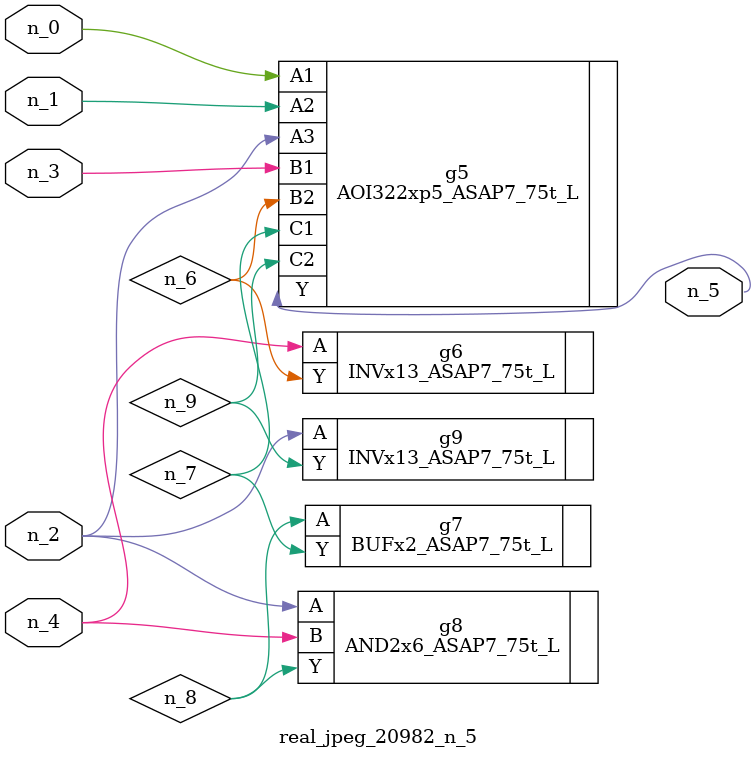
<source format=v>
module real_jpeg_20982_n_5 (n_4, n_0, n_1, n_2, n_3, n_5);

input n_4;
input n_0;
input n_1;
input n_2;
input n_3;

output n_5;

wire n_8;
wire n_6;
wire n_7;
wire n_9;

AOI322xp5_ASAP7_75t_L g5 ( 
.A1(n_0),
.A2(n_1),
.A3(n_2),
.B1(n_3),
.B2(n_6),
.C1(n_7),
.C2(n_9),
.Y(n_5)
);

AND2x6_ASAP7_75t_L g8 ( 
.A(n_2),
.B(n_4),
.Y(n_8)
);

INVx13_ASAP7_75t_L g9 ( 
.A(n_2),
.Y(n_9)
);

INVx13_ASAP7_75t_L g6 ( 
.A(n_4),
.Y(n_6)
);

BUFx2_ASAP7_75t_L g7 ( 
.A(n_8),
.Y(n_7)
);


endmodule
</source>
